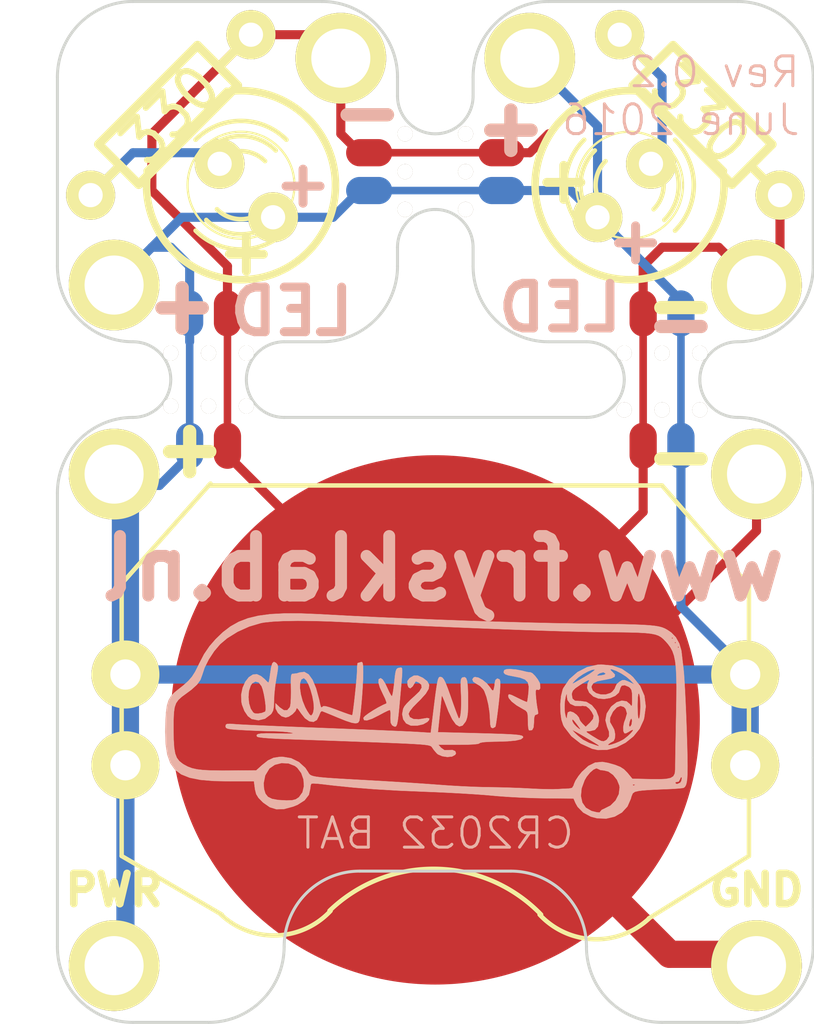
<source format=kicad_pcb>
(kicad_pcb (version 4) (host pcbnew "(2015-08-15 BZR 6092)-product")

  (general
    (links 17)
    (no_connects 0)
    (area 129.489999 107.899999 154.990001 142.290001)
    (thickness 1.6)
    (drawings 65)
    (tracks 79)
    (zones 0)
    (modules 20)
    (nets 5)
  )

  (page USLetter)
  (layers
    (0 F.Cu signal)
    (31 B.Cu signal)
    (32 B.Adhes user)
    (33 F.Adhes user)
    (34 B.Paste user)
    (35 F.Paste user)
    (36 B.SilkS user)
    (37 F.SilkS user)
    (38 B.Mask user)
    (39 F.Mask user)
    (40 Dwgs.User user)
    (41 Cmts.User user)
    (42 Eco1.User user)
    (43 Eco2.User user)
    (44 Edge.Cuts user)
  )

  (setup
    (last_trace_width 0.2032)
    (user_trace_width 0.254)
    (user_trace_width 0.3048)
    (user_trace_width 0.4064)
    (user_trace_width 0.6096)
    (user_trace_width 0.9144)
    (trace_clearance 0.2032)
    (zone_clearance 0.508)
    (zone_45_only no)
    (trace_min 0.2032)
    (segment_width 0.2)
    (edge_width 0.1)
    (via_size 0.889)
    (via_drill 0.635)
    (via_min_size 0.889)
    (via_min_drill 0.508)
    (uvia_size 0.508)
    (uvia_drill 0.127)
    (uvias_allowed no)
    (uvia_min_size 0.508)
    (uvia_min_drill 0.127)
    (pcb_text_width 0.3)
    (pcb_text_size 1.5 1.5)
    (mod_edge_width 0.254)
    (mod_text_size 1 1)
    (mod_text_width 0.15)
    (pad_size 1.651 1.651)
    (pad_drill 0.9652)
    (pad_to_mask_clearance 0)
    (aux_axis_origin 0 0)
    (visible_elements 7FFEFFFF)
    (pcbplotparams
      (layerselection 0x010f0_80000001)
      (usegerberextensions true)
      (excludeedgelayer true)
      (linewidth 0.150000)
      (plotframeref false)
      (viasonmask false)
      (mode 1)
      (useauxorigin false)
      (hpglpennumber 1)
      (hpglpenspeed 20)
      (hpglpendiameter 15)
      (hpglpenoverlay 2)
      (psnegative false)
      (psa4output false)
      (plotreference true)
      (plotvalue true)
      (plotinvisibletext false)
      (padsonsilk false)
      (subtractmaskfromsilk false)
      (outputformat 1)
      (mirror false)
      (drillshape 0)
      (scaleselection 1)
      (outputdirectory gerbers/))
  )

  (net 0 "")
  (net 1 GND)
  (net 2 N-000001)
  (net 3 N-000002)
  (net 4 N-000004)

  (net_class Default "This is the default net class."
    (clearance 0.2032)
    (trace_width 0.2032)
    (via_dia 0.889)
    (via_drill 0.635)
    (uvia_dia 0.508)
    (uvia_drill 0.127)
    (add_net GND)
    (add_net N-000001)
    (add_net N-000002)
    (add_net N-000004)
  )

  (net_class PWR ""
    (clearance 0.6096)
    (trace_width 0.6096)
    (via_dia 0.889)
    (via_drill 0.635)
    (uvia_dia 0.508)
    (uvia_drill 0.127)
  )

  (module R3-LARGE_PADS (layer F.Cu) (tedit 56F20982) (tstamp 546E8071)
    (at 133.35 111.76 225)
    (descr "Resitance 3 pas")
    (tags R)
    (path /5448256B)
    (autoplace_cost180 10)
    (fp_text reference R1 (at 0 0 225) (layer F.SilkS) hide
      (effects (font (size 1.397 1.27) (thickness 0.2032)))
    )
    (fp_text value 330 (at 0 0 225) (layer F.SilkS)
      (effects (font (size 1.397 1.27) (thickness 0.2032)))
    )
    (fp_line (start 2.413 0) (end 3.175 0) (layer F.SilkS) (width 0.3048))
    (fp_line (start -2.286 0) (end -3.175 0) (layer F.SilkS) (width 0.3048))
    (fp_line (start -2.286 -0.889) (end 2.413 -0.889) (layer F.SilkS) (width 0.3048))
    (fp_line (start 2.413 -0.889) (end 2.413 1.016) (layer F.SilkS) (width 0.3048))
    (fp_line (start 2.413 1.016) (end -2.286 1.016) (layer F.SilkS) (width 0.3048))
    (fp_line (start -2.286 1.016) (end -2.286 -0.889) (layer F.SilkS) (width 0.3048))
    (pad 1 thru_hole circle (at -3.81 0 225) (size 1.651 1.651) (drill 0.8128) (layers *.Cu *.Mask F.SilkS)
      (net 1 GND))
    (pad 2 thru_hole circle (at 3.81 0 225) (size 1.651 1.651) (drill 0.8128) (layers *.Cu *.Mask F.SilkS)
      (net 4 N-000004))
    (model discret/resistor.wrl
      (at (xyz 0 0 0))
      (scale (xyz 0.3 0.3 0.3))
      (rotate (xyz 0 0 0))
    )
  )

  (module R3-LARGE_PADS (layer F.Cu) (tedit 56F2090D) (tstamp 546E8846)
    (at 151.13 111.76 135)
    (descr "Resitance 3 pas")
    (tags R)
    (path /546E8111)
    (autoplace_cost180 10)
    (fp_text reference R2 (at 0 0 135) (layer F.SilkS) hide
      (effects (font (size 1.397 1.27) (thickness 0.2032)))
    )
    (fp_text value 330 (at 0 0 135) (layer F.SilkS)
      (effects (font (size 1.397 1.27) (thickness 0.2032)))
    )
    (fp_line (start -2.413 0) (end -3.175 0) (layer F.SilkS) (width 0.3048))
    (fp_line (start 2.286 0) (end 3.048 0) (layer F.SilkS) (width 0.3048))
    (fp_line (start -2.413 -0.889) (end 2.286 -0.889) (layer F.SilkS) (width 0.3048))
    (fp_line (start -2.413 1.016) (end 2.286 1.016) (layer F.SilkS) (width 0.3048))
    (fp_line (start 2.286 -0.889) (end 2.286 1.016) (layer F.SilkS) (width 0.3048))
    (fp_line (start -2.413 1.016) (end -2.413 -0.889) (layer F.SilkS) (width 0.3048))
    (pad 1 thru_hole circle (at -3.81 0 135) (size 1.651 1.651) (drill 0.8128) (layers *.Cu *.Mask F.SilkS)
      (net 1 GND))
    (pad 2 thru_hole circle (at 3.81 0 135) (size 1.651 1.651) (drill 0.8128) (layers *.Cu *.Mask F.SilkS)
      (net 3 N-000002))
    (model discret/resistor.wrl
      (at (xyz 0 0 0))
      (scale (xyz 0.3 0.3 0.3))
      (rotate (xyz 0 0 0))
    )
  )

  (module LED-5MM (layer F.Cu) (tedit 56F207B9) (tstamp 546E8856)
    (at 148.59 114.3 45)
    (descr "LED 5mm - Lead pitch 100mil (2,54mm)")
    (tags "LED led 5mm 5MM 100mil 2,54mm")
    (path /546E810B)
    (fp_text reference D2 (at 0 -3.81 45) (layer F.SilkS) hide
      (effects (font (size 0.762 0.762) (thickness 0.0889)))
    )
    (fp_text value LED (at 0 2.286 45) (layer F.SilkS) hide
      (effects (font (size 0.762 0.762) (thickness 0.0889)))
    )
    (fp_line (start 2.8448 1.905) (end 2.8448 -1.905) (layer F.SilkS) (width 0.2032))
    (fp_circle (center 0.254 0) (end -1.016 1.27) (layer F.SilkS) (width 0.0762))
    (fp_arc (start 0.254 0) (end 2.794 1.905) (angle 286.2) (layer F.SilkS) (width 0.254))
    (fp_arc (start 0.254 0) (end -0.889 0) (angle 90) (layer F.SilkS) (width 0.1524))
    (fp_arc (start 0.254 0) (end 1.397 0) (angle 90) (layer F.SilkS) (width 0.1524))
    (fp_arc (start 0.254 0) (end -1.397 0) (angle 90) (layer F.SilkS) (width 0.1524))
    (fp_arc (start 0.254 0) (end 1.905 0) (angle 90) (layer F.SilkS) (width 0.1524))
    (fp_arc (start 0.254 0) (end -1.905 0) (angle 90) (layer F.SilkS) (width 0.1524))
    (fp_arc (start 0.254 0) (end 2.413 0) (angle 90) (layer F.SilkS) (width 0.1524))
    (pad 1 thru_hole circle (at -1.27 0 45) (size 1.6764 1.6764) (drill 0.8128) (layers *.Cu *.Mask F.SilkS)
      (net 2 N-000001))
    (pad 2 thru_hole circle (at 1.27 0 45) (size 1.6764 1.6764) (drill 0.8128) (layers *.Cu *.Mask F.SilkS)
      (net 3 N-000002))
    (model discret/leds/led5_vertical_verde.wrl
      (at (xyz 0 0 0))
      (scale (xyz 1 1 1))
      (rotate (xyz 0 0 0))
    )
  )

  (module 1pin-Sew-thin (layer F.Cu) (tedit 544BB5C8) (tstamp 546E8091)
    (at 139.065 109.855 270)
    (descr "module 1 pin (ou trou mecanique de percage)")
    (tags DEV)
    (path /54482EA9)
    (fp_text reference L1_C1 (at 0.127 0 360) (layer F.SilkS) hide
      (effects (font (size 0.254 0.254) (thickness 0.0635)))
    )
    (fp_text value " " (at 0 2.54 270) (layer F.SilkS)
      (effects (font (size 1.016 1.016) (thickness 0.254)))
    )
    (pad 1 thru_hole circle (at 0 0 270) (size 3.048 3.048) (drill 1.984375) (layers *.Cu *.Mask F.SilkS)
      (net 1 GND))
  )

  (module 1pin-Sew-thin (layer F.Cu) (tedit 544ADA00) (tstamp 546E808D)
    (at 131.445 117.475 270)
    (descr "module 1 pin (ou trou mecanique de percage)")
    (tags DEV)
    (path /54482EA3)
    (fp_text reference L1_C2 (at 0 -3.048 270) (layer F.SilkS) hide
      (effects (font (size 0.254 0.254) (thickness 0.0635)))
    )
    (fp_text value " " (at 0 2.794 270) (layer F.SilkS)
      (effects (font (size 1.016 1.016) (thickness 0.254)))
    )
    (pad 1 thru_hole circle (at 0 0 270) (size 3.048 3.048) (drill 1.984375) (layers *.Cu *.Mask F.SilkS)
      (net 2 N-000001))
  )

  (module LED-5MM (layer F.Cu) (tedit 546F57AE) (tstamp 546E8419)
    (at 135.89 114.3 135)
    (descr "LED 5mm - Lead pitch 100mil (2,54mm)")
    (tags "LED led 5mm 5MM 100mil 2,54mm")
    (path /54481F7A)
    (fp_text reference D1 (at -0.635 1.905 135) (layer F.SilkS) hide
      (effects (font (size 0.762 0.762) (thickness 0.0889)))
    )
    (fp_text value LED (at 5.08 -2.54 225) (layer F.SilkS) hide
      (effects (font (size 1.016 1.016) (thickness 0.254)))
    )
    (fp_line (start 2.8448 1.905) (end 2.8448 -1.905) (layer F.SilkS) (width 0.2032))
    (fp_circle (center 0.254 0) (end -1.016 1.27) (layer F.SilkS) (width 0.0762))
    (fp_arc (start 0.254 0) (end 2.794 1.905) (angle 286.2) (layer F.SilkS) (width 0.254))
    (fp_arc (start 0.254 0) (end -0.889 0) (angle 90) (layer F.SilkS) (width 0.1524))
    (fp_arc (start 0.254 0) (end 1.397 0) (angle 90) (layer F.SilkS) (width 0.1524))
    (fp_arc (start 0.254 0) (end -1.397 0) (angle 90) (layer F.SilkS) (width 0.1524))
    (fp_arc (start 0.254 0) (end 1.905 0) (angle 90) (layer F.SilkS) (width 0.1524))
    (fp_arc (start 0.254 0) (end -1.905 0) (angle 90) (layer F.SilkS) (width 0.1524))
    (fp_arc (start 0.254 0) (end 2.413 0) (angle 90) (layer F.SilkS) (width 0.1524))
    (pad 1 thru_hole circle (at -1.27 0 135) (size 1.6764 1.6764) (drill 0.8128) (layers *.Cu *.Mask F.SilkS)
      (net 2 N-000001))
    (pad 2 thru_hole circle (at 1.27 0 135) (size 1.6764 1.6764) (drill 0.8128) (layers *.Cu *.Mask F.SilkS)
      (net 4 N-000004))
    (model discret/leds/led5_vertical_verde.wrl
      (at (xyz 0 0 0))
      (scale (xyz 1 1 1))
      (rotate (xyz 0 0 0))
    )
  )

  (module 3hole_mousebite (layer F.Cu) (tedit 544BCA0D) (tstamp 544F0E4D)
    (at 141.605 113.665 90)
    (descr "module 1 pin (ou trou mecanique de percage)")
    (tags DEV)
    (path 1pin)
    (fp_text reference p (at 0 -0.762 90) (layer F.SilkS) hide
      (effects (font (size 0.254 0.254) (thickness 0.0635)))
    )
    (fp_text value P (at 0 -0.254 90) (layer F.SilkS) hide
      (effects (font (size 0.254 0.254) (thickness 0.0635)))
    )
    (pad "" thru_hole circle (at 0 -0.381 90) (size 0.508 0.508) (drill 0.508) (layers *.Cu *.Mask F.SilkS))
    (pad 1 thru_hole circle (at -1.27 -0.381 90) (size 0.508 0.508) (drill 0.508) (layers *.Cu *.Mask F.SilkS))
    (pad 2 thru_hole circle (at 1.27 -0.381 90) (size 0.508 0.508) (drill 0.508) (layers *.Cu *.Mask F.SilkS))
  )

  (module 3hole_mousebite (layer F.Cu) (tedit 544BCA0D) (tstamp 544F0E75)
    (at 134.62 119.38 180)
    (descr "module 1 pin (ou trou mecanique de percage)")
    (tags DEV)
    (path 1pin)
    (fp_text reference p (at 0 -0.762 180) (layer F.SilkS) hide
      (effects (font (size 0.254 0.254) (thickness 0.0635)))
    )
    (fp_text value P (at 0 -0.254 180) (layer F.SilkS) hide
      (effects (font (size 0.254 0.254) (thickness 0.0635)))
    )
    (pad "" thru_hole circle (at 0 -0.381 180) (size 0.508 0.508) (drill 0.508) (layers *.Cu *.Mask F.SilkS))
    (pad 1 thru_hole circle (at -1.27 -0.381 180) (size 0.508 0.508) (drill 0.508) (layers *.Cu *.Mask F.SilkS))
    (pad 2 thru_hole circle (at 1.27 -0.381 180) (size 0.508 0.508) (drill 0.508) (layers *.Cu *.Mask F.SilkS))
  )

  (module 3hole_mousebite (layer F.Cu) (tedit 544BCA0D) (tstamp 544F0E82)
    (at 142.875 113.665 270)
    (descr "module 1 pin (ou trou mecanique de percage)")
    (tags DEV)
    (path 1pin)
    (fp_text reference p (at 0 -0.762 270) (layer F.SilkS) hide
      (effects (font (size 0.254 0.254) (thickness 0.0635)))
    )
    (fp_text value P (at 0 -0.254 270) (layer F.SilkS) hide
      (effects (font (size 0.254 0.254) (thickness 0.0635)))
    )
    (pad "" thru_hole circle (at 0 -0.381 270) (size 0.508 0.508) (drill 0.508) (layers *.Cu *.Mask F.SilkS))
    (pad 1 thru_hole circle (at -1.27 -0.381 270) (size 0.508 0.508) (drill 0.508) (layers *.Cu *.Mask F.SilkS))
    (pad 2 thru_hole circle (at 1.27 -0.381 270) (size 0.508 0.508) (drill 0.508) (layers *.Cu *.Mask F.SilkS))
  )

  (module BATT_CR2032 (layer F.Cu) (tedit 544BC08C) (tstamp 544830AB)
    (at 142.24 132.08)
    (tags battery)
    (path /54481DA4)
    (fp_text reference BT1 (at 0 5.08) (layer F.SilkS) hide
      (effects (font (size 1.72974 1.08712) (thickness 0.27178)))
    )
    (fp_text value BATTERY (at 0 -2.54) (layer F.SilkS) hide
      (effects (font (size 1.524 1.016) (thickness 0.254)))
    )
    (fp_line (start -7.1755 6.5405) (end -10.541 4.572) (layer F.SilkS) (width 0.15))
    (fp_line (start 7.1755 6.6675) (end 10.541 4.572) (layer F.SilkS) (width 0.15))
    (fp_arc (start -5.4229 4.6355) (end -3.5179 6.4135) (angle 90) (layer F.SilkS) (width 0.15))
    (fp_arc (start 5.4102 4.7625) (end 7.1882 6.6675) (angle 90) (layer F.SilkS) (width 0.15))
    (fp_arc (start -0.0635 10.033) (end -3.556 6.4135) (angle 90) (layer F.SilkS) (width 0.15))
    (fp_line (start 7.62 -7.874) (end 10.541 -4.5085) (layer F.SilkS) (width 0.15))
    (fp_line (start -10.541 -4.572) (end -7.5565 -7.9375) (layer F.SilkS) (width 0.15))
    (fp_line (start -7.62 -7.874) (end 7.62 -7.874) (layer F.SilkS) (width 0.15))
    (fp_line (start -10.541 4.572) (end -10.541 -4.572) (layer F.SilkS) (width 0.15))
    (fp_line (start 10.541 4.572) (end 10.541 -4.572) (layer F.SilkS) (width 0.15))
    (fp_circle (center 0 0) (end -10.16 0) (layer Dwgs.User) (width 0.15))
    (pad 1 thru_hole circle (at -10.414 1.524) (size 2.286 2.286) (drill 1.016) (layers *.Cu *.Mask F.SilkS)
      (net 2 N-000001))
    (pad 1 thru_hole circle (at 10.414 1.524) (size 2.286 2.286) (drill 1.016) (layers *.Cu *.Mask F.SilkS)
      (net 2 N-000001))
    (pad 1 thru_hole circle (at -10.414 -1.524) (size 2.286 2.286) (drill 1.016) (layers *.Cu *.Mask F.SilkS)
      (net 2 N-000001))
    (pad 1 thru_hole circle (at 10.414 -1.524) (size 2.286 2.286) (drill 1.016) (layers *.Cu *.Mask F.SilkS)
      (net 2 N-000001))
    (pad 2 smd circle (at 0 0) (size 17.78 17.78) (layers F.Cu F.Paste F.Mask)
      (net 1 GND))
  )

  (module 1pin-Sew-thin (layer F.Cu) (tedit 546FC1C2) (tstamp 544983F2)
    (at 153.035 123.825)
    (descr "module 1 pin (ou trou mecanique de percage)")
    (tags DEV)
    (path /54482DAB)
    (fp_text reference B_N1 (at 0 0) (layer F.SilkS) hide
      (effects (font (size 0.254 0.254) (thickness 0.0635)))
    )
    (fp_text value GND (at 1.143 3.048 90) (layer F.SilkS) hide
      (effects (font (size 1.016 1.016) (thickness 0.254)))
    )
    (pad 1 thru_hole circle (at 0 0) (size 3.048 3.048) (drill 1.984375) (layers *.Cu *.Mask F.SilkS)
      (net 1 GND))
  )

  (module 1pin-Sew-thin (layer F.Cu) (tedit 546FC1FF) (tstamp 544983FC)
    (at 153.035 140.335)
    (descr "module 1 pin (ou trou mecanique de percage)")
    (tags DEV)
    (path /54482E6F)
    (fp_text reference B_N2 (at 0 0) (layer F.SilkS) hide
      (effects (font (size 0.254 0.254) (thickness 0.0635)))
    )
    (fp_text value GND (at 0 -2.54) (layer F.SilkS)
      (effects (font (size 1.016 1.016) (thickness 0.254)))
    )
    (pad 1 thru_hole circle (at 0 0) (size 3.048 3.048) (drill 1.984375) (layers *.Cu *.Mask F.SilkS)
      (net 1 GND))
  )

  (module 1pin-Sew-thin (layer F.Cu) (tedit 546FC1B9) (tstamp 54498401)
    (at 131.445 123.825)
    (descr "module 1 pin (ou trou mecanique de percage)")
    (tags DEV)
    (path /54482E7A)
    (fp_text reference B_P2 (at 0 0) (layer F.SilkS) hide
      (effects (font (size 0.254 0.254) (thickness 0.0635)))
    )
    (fp_text value PWR (at -1.016 3.175 90) (layer F.SilkS) hide
      (effects (font (size 1.016 1.016) (thickness 0.254)))
    )
    (pad 1 thru_hole circle (at 0 0) (size 3.048 3.048) (drill 1.984375) (layers *.Cu *.Mask F.SilkS)
      (net 2 N-000001))
  )

  (module 1pin-Sew-thin (layer F.Cu) (tedit 546FC1F9) (tstamp 544C07DC)
    (at 131.445 140.335)
    (descr "module 1 pin (ou trou mecanique de percage)")
    (tags DEV)
    (path /54482E69)
    (fp_text reference B_P1 (at 0.127 -0.381) (layer F.SilkS) hide
      (effects (font (size 0.254 0.254) (thickness 0.0635)))
    )
    (fp_text value PWR (at 0 -2.54) (layer F.SilkS)
      (effects (font (size 1.016 1.016) (thickness 0.254)))
    )
    (pad 1 thru_hole circle (at 0 0) (size 3.048 3.048) (drill 1.984375) (layers *.Cu *.Mask F.SilkS)
      (net 2 N-000001))
  )

  (module 3hole_mousebite (layer F.Cu) (tedit 544BCA0D) (tstamp 544EE839)
    (at 134.62 121.92)
    (descr "module 1 pin (ou trou mecanique de percage)")
    (tags DEV)
    (path 1pin)
    (fp_text reference p (at 0 -0.762) (layer F.SilkS) hide
      (effects (font (size 0.254 0.254) (thickness 0.0635)))
    )
    (fp_text value P (at 0 -0.254) (layer F.SilkS) hide
      (effects (font (size 0.254 0.254) (thickness 0.0635)))
    )
    (pad "" thru_hole circle (at 0 -0.381) (size 0.508 0.508) (drill 0.508) (layers *.Cu *.Mask F.SilkS))
    (pad 1 thru_hole circle (at -1.27 -0.381) (size 0.508 0.508) (drill 0.508) (layers *.Cu *.Mask F.SilkS))
    (pad 2 thru_hole circle (at 1.27 -0.381) (size 0.508 0.508) (drill 0.508) (layers *.Cu *.Mask F.SilkS))
  )

  (module 3hole_mousebite (layer F.Cu) (tedit 544BCA0D) (tstamp 544EE860)
    (at 149.86 121.285 180)
    (descr "module 1 pin (ou trou mecanique de percage)")
    (tags DEV)
    (path 1pin)
    (fp_text reference p (at 0 -0.762 180) (layer F.SilkS) hide
      (effects (font (size 0.254 0.254) (thickness 0.0635)))
    )
    (fp_text value P (at 0 -0.254 180) (layer F.SilkS) hide
      (effects (font (size 0.254 0.254) (thickness 0.0635)))
    )
    (pad "" thru_hole circle (at 0 -0.381 180) (size 0.508 0.508) (drill 0.508) (layers *.Cu *.Mask F.SilkS))
    (pad 1 thru_hole circle (at -1.27 -0.381 180) (size 0.508 0.508) (drill 0.508) (layers *.Cu *.Mask F.SilkS))
    (pad 2 thru_hole circle (at 1.27 -0.381 180) (size 0.508 0.508) (drill 0.508) (layers *.Cu *.Mask F.SilkS))
  )

  (module 3hole_mousebite (layer F.Cu) (tedit 544BCA0D) (tstamp 544EE913)
    (at 149.86 119.38 180)
    (descr "module 1 pin (ou trou mecanique de percage)")
    (tags DEV)
    (path 1pin)
    (fp_text reference p (at 0 -0.762 180) (layer F.SilkS) hide
      (effects (font (size 0.254 0.254) (thickness 0.0635)))
    )
    (fp_text value P (at 0 -0.254 180) (layer F.SilkS) hide
      (effects (font (size 0.254 0.254) (thickness 0.0635)))
    )
    (pad "" thru_hole circle (at 0 -0.381 180) (size 0.508 0.508) (drill 0.508) (layers *.Cu *.Mask F.SilkS))
    (pad 1 thru_hole circle (at -1.27 -0.381 180) (size 0.508 0.508) (drill 0.508) (layers *.Cu *.Mask F.SilkS))
    (pad 2 thru_hole circle (at 1.27 -0.381 180) (size 0.508 0.508) (drill 0.508) (layers *.Cu *.Mask F.SilkS))
  )

  (module 1pin-Sew-thin (layer F.Cu) (tedit 56F2001B) (tstamp 546E885B)
    (at 145.415 109.855)
    (descr "module 1 pin (ou trou mecanique de percage)")
    (tags DEV)
    (path /546E811E)
    (fp_text reference L1 (at 0 -3.048) (layer F.SilkS) hide
      (effects (font (size 1.016 1.016) (thickness 0.254)))
    )
    (fp_text value " " (at 0 2.794) (layer F.SilkS) hide
      (effects (font (size 1.016 1.016) (thickness 0.254)))
    )
    (pad 1 thru_hole circle (at 0 0) (size 3.048 3.048) (drill 1.984375) (layers *.Cu *.Mask F.SilkS)
      (net 2 N-000001))
  )

  (module 1pin-Sew-thin (layer F.Cu) (tedit 56F20099) (tstamp 546E8860)
    (at 153.035 117.475)
    (descr "module 1 pin (ou trou mecanique de percage)")
    (tags DEV)
    (path /546E8124)
    (fp_text reference L2 (at 0 -3.048) (layer F.SilkS) hide
      (effects (font (size 1.016 1.016) (thickness 0.254)))
    )
    (fp_text value " " (at 0 2.794) (layer F.SilkS) hide
      (effects (font (size 1.016 1.016) (thickness 0.254)))
    )
    (pad 1 thru_hole circle (at 0 0) (size 3.048 3.048) (drill 1.984375) (layers *.Cu *.Mask F.SilkS)
      (net 1 GND))
  )

  (module myFootPrints:Frysklab_logo (layer F.Cu) (tedit 576C8D6E) (tstamp 576C909F)
    (at 142 132)
    (fp_text reference G*** (at -4 3) (layer B.SilkS) hide
      (effects (font (thickness 0.3)))
    )
    (fp_text value LOGO (at 0.75 0) (layer B.SilkS) hide
      (effects (font (thickness 0.3)))
    )
    (fp_poly (pts (xy -4.276696 -3.493907) (xy -3.641631 -3.468161) (xy -3.53842 -3.462404) (xy -2.676295 -3.415716)
      (xy -1.743077 -3.370347) (xy -0.760028 -3.32706) (xy 0.251591 -3.286619) (xy 1.270521 -3.249789)
      (xy 2.275499 -3.217333) (xy 3.245267 -3.190017) (xy 4.158562 -3.168602) (xy 4.994125 -3.153855)
      (xy 5.08 -3.152678) (xy 5.673702 -3.144721) (xy 6.174927 -3.137332) (xy 6.592786 -3.12961)
      (xy 6.93639 -3.120656) (xy 7.214852 -3.109571) (xy 7.437284 -3.095455) (xy 7.612796 -3.07741)
      (xy 7.750501 -3.054535) (xy 7.859511 -3.025933) (xy 7.948937 -2.990702) (xy 8.02789 -2.947945)
      (xy 8.105484 -2.896761) (xy 8.175483 -2.847162) (xy 8.322864 -2.693214) (xy 8.441187 -2.478884)
      (xy 8.5086 -2.245132) (xy 8.51248 -2.215498) (xy 8.526676 -2.090968) (xy 8.548784 -1.901371)
      (xy 8.574622 -1.682516) (xy 8.581392 -1.6256) (xy 8.595959 -1.466028) (xy 8.612508 -1.221519)
      (xy 8.630189 -0.908698) (xy 8.648148 -0.544189) (xy 8.665533 -0.144616) (xy 8.681492 0.273398)
      (xy 8.687093 0.436259) (xy 8.70236 0.922837) (xy 8.712168 1.31793) (xy 8.716019 1.631533)
      (xy 8.713414 1.87364) (xy 8.703854 2.054247) (xy 8.68684 2.183346) (xy 8.661872 2.270933)
      (xy 8.628453 2.327002) (xy 8.591123 2.358538) (xy 8.523032 2.372192) (xy 8.374915 2.386247)
      (xy 8.168325 2.399082) (xy 7.924817 2.409078) (xy 7.91489 2.409387) (xy 7.650278 2.419955)
      (xy 7.402102 2.434179) (xy 7.199521 2.450129) (xy 7.07848 2.464673) (xy 6.947237 2.494402)
      (xy 6.87512 2.54596) (xy 6.830577 2.650577) (xy 6.809093 2.731327) (xy 6.69608 2.988257)
      (xy 6.510245 3.189424) (xy 6.268101 3.327457) (xy 5.98616 3.394987) (xy 5.680935 3.384642)
      (xy 5.468883 3.3295) (xy 5.214749 3.194181) (xy 5.023248 2.999657) (xy 4.951624 2.872038)
      (xy 4.887002 2.721476) (xy 3.929401 2.712755) (xy 3.549071 2.704748) (xy 3.129911 2.688401)
      (xy 2.71154 2.665725) (xy 2.33358 2.638728) (xy 2.324979 2.63795) (xy 5.131045 2.63795)
      (xy 5.180115 2.859404) (xy 5.299129 3.031265) (xy 5.484647 3.138973) (xy 5.502295 3.144394)
      (xy 5.671374 3.18672) (xy 5.762391 3.19055) (xy 5.791113 3.156355) (xy 5.7912 3.153023)
      (xy 5.833586 3.103392) (xy 5.9055 3.070927) (xy 6.127997 2.959165) (xy 6.300696 2.786534)
      (xy 6.408329 2.576203) (xy 6.435626 2.351344) (xy 6.425332 2.28205) (xy 6.413111 2.252133)
      (xy 6.874933 2.252133) (xy 6.881906 2.282333) (xy 6.9088 2.286) (xy 6.950614 2.267413)
      (xy 6.942666 2.252133) (xy 6.882378 2.246053) (xy 6.874933 2.252133) (xy 6.413111 2.252133)
      (xy 6.385102 2.183571) (xy 8.306312 2.183571) (xy 8.32095 2.224628) (xy 8.375578 2.2352)
      (xy 8.472773 2.191325) (xy 8.510215 2.129771) (xy 8.526779 2.035286) (xy 8.518276 1.998943)
      (xy 8.485827 2.018999) (xy 8.45918 2.079709) (xy 8.416412 2.152443) (xy 8.381852 2.158909)
      (xy 8.319958 2.16747) (xy 8.306312 2.183571) (xy 6.385102 2.183571) (xy 6.347556 2.091668)
      (xy 6.216945 1.927417) (xy 6.059084 1.814614) (xy 5.915935 1.778) (xy 5.791101 1.763908)
      (xy 5.716857 1.729658) (xy 5.714501 1.726393) (xy 5.651509 1.703827) (xy 5.552842 1.750378)
      (xy 5.438066 1.849892) (xy 5.326748 1.986217) (xy 5.256504 2.104492) (xy 5.155361 2.38146)
      (xy 5.131045 2.63795) (xy 2.324979 2.63795) (xy 2.159 2.622938) (xy 1.885546 2.599239)
      (xy 1.533931 2.574253) (xy 1.127561 2.54933) (xy 0.68984 2.52582) (xy 0.244173 2.505074)
      (xy -0.1524 2.4896) (xy -1.009972 2.453737) (xy -1.788914 2.408099) (xy -2.51187 2.351022)
      (xy -3.201487 2.280845) (xy -3.5306 2.241608) (xy -3.712045 2.222503) (xy -3.852563 2.214283)
      (xy -3.923082 2.218602) (xy -3.9243 2.219206) (xy -3.952168 2.280674) (xy -3.9624 2.383085)
      (xy -4.010815 2.597341) (xy -4.15409 2.780989) (xy -4.389269 2.930896) (xy -4.535045 2.99034)
      (xy -4.841109 3.07344) (xy -5.096103 3.081869) (xy -5.321137 3.012455) (xy -5.537322 2.862026)
      (xy -5.566973 2.835345) (xy -5.703046 2.69605) (xy -5.7784 2.571705) (xy -5.816658 2.42061)
      (xy -5.821633 2.385805) (xy -5.844677 2.212093) (xy -5.531169 2.212093) (xy -5.516461 2.406025)
      (xy -5.469694 2.559077) (xy -5.385868 2.665599) (xy -5.248938 2.733733) (xy -5.042856 2.771619)
      (xy -4.765333 2.787081) (xy -4.577192 2.782348) (xy -4.450047 2.750354) (xy -4.344759 2.681037)
      (xy -4.341236 2.678023) (xy -4.223163 2.514698) (xy -4.173328 2.306764) (xy -4.188141 2.081474)
      (xy -4.264013 1.866077) (xy -4.397357 1.687824) (xy -4.480044 1.623884) (xy -4.694201 1.540651)
      (xy -4.930147 1.529529) (xy -5.154109 1.586855) (xy -5.332321 1.708968) (xy -5.339811 1.71714)
      (xy -5.477293 1.944222) (xy -5.531169 2.212093) (xy -5.844677 2.212093) (xy -5.854098 2.141078)
      (xy -6.673549 2.141689) (xy -7.210096 2.130975) (xy -7.654684 2.093249) (xy -8.014981 2.021436)
      (xy -8.298651 1.908464) (xy -8.51336 1.747262) (xy -8.666775 1.530755) (xy -8.766561 1.251873)
      (xy -8.820384 0.903541) (xy -8.835909 0.478688) (xy -8.83426 0.401963) (xy -8.558343 0.401963)
      (xy -8.55326 0.750635) (xy -8.536342 1.014494) (xy -8.50275 1.210087) (xy -8.447643 1.35396)
      (xy -8.366182 1.46266) (xy -8.253527 1.552732) (xy -8.214434 1.577668) (xy -8.080809 1.650102)
      (xy -7.93667 1.704323) (xy -7.765515 1.742589) (xy -7.550841 1.767161) (xy -7.276147 1.780297)
      (xy -6.924931 1.784257) (xy -6.711172 1.783472) (xy -5.776944 1.776942) (xy -5.578217 1.597404)
      (xy -5.380614 1.441422) (xy -5.195528 1.35537) (xy -4.982149 1.322692) (xy -4.896371 1.3208)
      (xy -4.609088 1.367873) (xy -4.343914 1.498154) (xy -4.128204 1.695237) (xy -4.0344 1.837766)
      (xy -4.010474 1.880474) (xy -3.980852 1.915786) (xy -3.935639 1.945033) (xy -3.864938 1.969546)
      (xy -3.758853 1.990657) (xy -3.607486 2.009696) (xy -3.400943 2.027995) (xy -3.129326 2.046885)
      (xy -2.782739 2.067698) (xy -2.351285 2.091764) (xy -2.0066 2.110546) (xy -1.572053 2.135099)
      (xy -1.112426 2.162705) (xy -0.654744 2.191628) (xy -0.226034 2.22013) (xy 0.14668 2.246474)
      (xy 0.355094 2.262328) (xy 0.723966 2.288336) (xy 1.124375 2.311151) (xy 1.518943 2.328983)
      (xy 1.870289 2.340043) (xy 2.031494 2.342591) (xy 2.373414 2.348006) (xy 2.75357 2.358413)
      (xy 3.124735 2.372295) (xy 3.429 2.387497) (xy 3.70468 2.401149) (xy 3.968606 2.409491)
      (xy 4.19103 2.41187) (xy 4.342202 2.407636) (xy 4.3434 2.407547) (xy 4.523488 2.395999)
      (xy 4.683307 2.388976) (xy 4.733063 2.388041) (xy 4.837019 2.366399) (xy 4.890016 2.282688)
      (xy 4.901907 2.236529) (xy 4.953036 2.120105) (xy 5.05313 1.967471) (xy 5.163832 1.83104)
      (xy 5.386745 1.626183) (xy 5.610652 1.515366) (xy 5.853237 1.492412) (xy 6.040955 1.524621)
      (xy 6.283825 1.593268) (xy 6.454037 1.660489) (xy 6.579277 1.740772) (xy 6.687231 1.848605)
      (xy 6.708508 1.873932) (xy 6.859621 2.0574) (xy 7.45571 2.071551) (xy 7.769114 2.075012)
      (xy 7.995146 2.064161) (xy 8.147702 2.03291) (xy 8.240679 1.975168) (xy 8.287972 1.884849)
      (xy 8.303476 1.755862) (xy 8.303959 1.699866) (xy 8.304547 1.584919) (xy 8.307112 1.38374)
      (xy 8.311394 1.111672) (xy 8.317134 0.78406) (xy 8.324073 0.416246) (xy 8.33195 0.023575)
      (xy 8.333901 -0.070231) (xy 8.343243 -0.592843) (xy 8.346277 -1.025234) (xy 8.34141 -1.378675)
      (xy 8.327051 -1.664434) (xy 8.301607 -1.893781) (xy 8.263484 -2.077986) (xy 8.21109 -2.22832)
      (xy 8.142834 -2.356051) (xy 8.138307 -2.3622) (xy 8.382 -2.3622) (xy 8.4074 -2.3368)
      (xy 8.4328 -2.3622) (xy 8.4074 -2.3876) (xy 8.382 -2.3622) (xy 8.138307 -2.3622)
      (xy 8.057121 -2.472449) (xy 8.01986 -2.5146) (xy 8.2804 -2.5146) (xy 8.3058 -2.4892)
      (xy 8.3312 -2.5146) (xy 8.3058 -2.54) (xy 8.2804 -2.5146) (xy 8.01986 -2.5146)
      (xy 7.9825 -2.556861) (xy 7.905216 -2.636024) (xy 7.867978 -2.667) (xy 8.1788 -2.667)
      (xy 8.2042 -2.6416) (xy 8.2296 -2.667) (xy 8.2042 -2.6924) (xy 8.1788 -2.667)
      (xy 7.867978 -2.667) (xy 7.828322 -2.699987) (xy 7.740399 -2.750453) (xy 7.630031 -2.789127)
      (xy 7.4858 -2.817711) (xy 7.296288 -2.83791) (xy 7.050078 -2.851429) (xy 6.735752 -2.859969)
      (xy 6.341893 -2.865236) (xy 5.8928 -2.868699) (xy 5.520943 -2.873521) (xy 5.058796 -2.883445)
      (xy 4.517515 -2.898039) (xy 3.908258 -2.916872) (xy 3.242184 -2.939511) (xy 2.530451 -2.965526)
      (xy 1.784215 -2.994487) (xy 1.014636 -3.02596) (xy 0.232871 -3.059515) (xy -0.549921 -3.094721)
      (xy -1.322584 -3.131147) (xy -2.073959 -3.168361) (xy -2.6924 -3.200548) (xy -3.305146 -3.228335)
      (xy -3.874174 -3.244426) (xy -4.389064 -3.248914) (xy -4.839394 -3.24189) (xy -5.214742 -3.223447)
      (xy -5.504689 -3.193676) (xy -5.6134 -3.174777) (xy -6.011702 -3.057643) (xy -6.402993 -2.881733)
      (xy -6.754081 -2.664179) (xy -6.992184 -2.463243) (xy -7.192053 -2.228579) (xy -7.372985 -1.953087)
      (xy -7.514247 -1.672232) (xy -7.591809 -1.437486) (xy -7.652906 -1.267273) (xy -7.767864 -1.10711)
      (xy -7.951818 -0.939181) (xy -8.123096 -0.812125) (xy -8.279945 -0.697515) (xy -8.393931 -0.594357)
      (xy -8.471837 -0.48373) (xy -8.520447 -0.346713) (xy -8.546542 -0.164387) (xy -8.556907 0.08217)
      (xy -8.558343 0.401963) (xy -8.83426 0.401963) (xy -8.828908 0.15314) (xy -8.810395 -0.165891)
      (xy -8.777338 -0.404534) (xy -8.722217 -0.583756) (xy -8.63751 -0.724526) (xy -8.515693 -0.847813)
      (xy -8.451184 -0.899786) (xy -8.224241 -1.079421) (xy -8.059822 -1.227439) (xy -7.936546 -1.369515)
      (xy -7.83303 -1.531326) (xy -7.727894 -1.738547) (xy -7.69594 -1.806726) (xy -7.53007 -2.126356)
      (xy -7.345822 -2.395223) (xy -7.145123 -2.625939) (xy -6.899934 -2.862432) (xy -6.644148 -3.057299)
      (xy -6.366869 -3.213069) (xy -6.0572 -3.332269) (xy -5.704245 -3.417426) (xy -5.297107 -3.471066)
      (xy -4.824889 -3.495718) (xy -4.276696 -3.493907)) (layer B.SilkS) (width 0.01))
    (fp_poly (pts (xy 0.428095 -1.361255) (xy 0.476899 -1.338744) (xy 0.526977 -1.276351) (xy 0.585172 -1.160153)
      (xy 0.658329 -0.976224) (xy 0.753289 -0.71064) (xy 0.766349 -0.672984) (xy 0.85255 -0.427774)
      (xy 0.928838 -0.218033) (xy 0.988373 -0.06203) (xy 1.024317 0.021965) (xy 1.029774 0.030707)
      (xy 1.061939 0.017798) (xy 1.087433 -0.079671) (xy 1.104769 -0.244791) (xy 1.112464 -0.460654)
      (xy 1.109031 -0.710352) (xy 1.104182 -0.816422) (xy 1.093623 -1.050147) (xy 1.094182 -1.201599)
      (xy 1.107732 -1.289684) (xy 1.136145 -1.333308) (xy 1.156483 -1.344345) (xy 1.225849 -1.355449)
      (xy 1.275546 -1.31912) (xy 1.308774 -1.223304) (xy 1.328736 -1.055947) (xy 1.338634 -0.804994)
      (xy 1.340757 -0.650603) (xy 1.340462 -0.368295) (xy 1.332323 -0.166232) (xy 1.314067 -0.023209)
      (xy 1.28342 0.081975) (xy 1.255995 0.1397) (xy 1.155265 0.269394) (xy 1.048194 0.300246)
      (xy 0.934159 0.231741) (xy 0.812532 0.063363) (xy 0.682689 -0.205403) (xy 0.608329 -0.394096)
      (xy 0.541529 -0.566677) (xy 0.489374 -0.687955) (xy 0.460115 -0.739295) (xy 0.456716 -0.7366)
      (xy 0.449502 -0.668456) (xy 0.433969 -0.521397) (xy 0.412453 -0.317545) (xy 0.389039 -0.095623)
      (xy 0.326786 0.494554) (xy 1.674693 0.529586) (xy 2.113068 0.541503) (xy 2.460013 0.552573)
      (xy 2.725683 0.56379) (xy 2.92023 0.576145) (xy 3.053809 0.590629) (xy 3.136573 0.608234)
      (xy 3.178676 0.629953) (xy 3.190272 0.656776) (xy 3.186324 0.677227) (xy 3.115485 0.731825)
      (xy 2.944302 0.772085) (xy 2.673019 0.797971) (xy 2.30188 0.809449) (xy 2.2479 0.809872)
      (xy 2.009597 0.815923) (xy 1.835519 0.830071) (xy 1.740474 0.85079) (xy 1.7272 0.8636)
      (xy 1.678089 0.884973) (xy 1.537309 0.901043) (xy 1.314685 0.91109) (xy 1.033526 0.9144)
      (xy 0.339853 0.9144) (xy 0.435459 1.020043) (xy 0.545697 1.096898) (xy 0.679205 1.096058)
      (xy 0.816603 1.092439) (xy 0.908709 1.132909) (xy 0.933802 1.202781) (xy 0.908806 1.25134)
      (xy 0.803081 1.309479) (xy 0.645684 1.324658) (xy 0.475546 1.299886) (xy 0.331601 1.238171)
      (xy 0.28979 1.203513) (xy 0.192096 1.089496) (xy 0.126001 0.994807) (xy 0.104912 0.970122)
      (xy 0.065463 0.949363) (xy -0.002419 0.93165) (xy -0.108808 0.916102) (xy -0.263777 0.901839)
      (xy -0.477397 0.887979) (xy -0.759742 0.873643) (xy -1.120885 0.857949) (xy -1.570899 0.840017)
      (xy -1.702799 0.834914) (xy -2.182735 0.816669) (xy -2.687219 0.797935) (xy -3.1928 0.77955)
      (xy -3.67603 0.762357) (xy -4.113459 0.747194) (xy -4.481638 0.734901) (xy -4.5974 0.731193)
      (xy -4.992085 0.716315) (xy -5.311592 0.699158) (xy -5.549144 0.680249) (xy -5.697965 0.660116)
      (xy -5.750419 0.641413) (xy -5.764284 0.593372) (xy -5.725823 0.560164) (xy -5.624048 0.540189)
      (xy -5.447973 0.531846) (xy -5.186611 0.533533) (xy -5.035345 0.53722) (xy -4.776211 0.542735)
      (xy -4.613592 0.541798) (xy -4.542589 0.534092) (xy -4.558301 0.519304) (xy -4.5974 0.509097)
      (xy -4.752056 0.485566) (xy -4.962881 0.467989) (xy -5.184471 0.460142) (xy -5.186325 0.460127)
      (xy -5.39957 0.455977) (xy -5.674686 0.447043) (xy -5.972134 0.43475) (xy -6.189625 0.423993)
      (xy -6.449805 0.408698) (xy -6.624978 0.393636) (xy -6.731665 0.375328) (xy -6.78639 0.350292)
      (xy -6.805678 0.315048) (xy -6.8072 0.293917) (xy -6.798373 0.243254) (xy -6.757208 0.217676)
      (xy -6.661677 0.212865) (xy -6.489753 0.2245) (xy -6.4643 0.226679) (xy -6.346557 0.234391)
      (xy -6.138475 0.245306) (xy -5.851249 0.258938) (xy -5.496072 0.2748) (xy -5.084138 0.292407)
      (xy -4.626643 0.311272) (xy -4.13478 0.330909) (xy -3.619744 0.350833) (xy -3.5052 0.355177)
      (xy -2.980469 0.375244) (xy -2.471479 0.395159) (xy -1.990201 0.414424) (xy -1.548607 0.432539)
      (xy -1.158669 0.449005) (xy -0.832359 0.463323) (xy -0.581647 0.474994) (xy -0.418506 0.483519)
      (xy -0.400719 0.484596) (xy 0.087562 0.515147) (xy 0.117157 0.270273) (xy 0.171769 -0.180268)
      (xy 0.216197 -0.540021) (xy 0.252362 -0.819073) (xy 0.282189 -1.027512) (xy 0.307598 -1.175424)
      (xy 0.330513 -1.272898) (xy 0.352857 -1.330021) (xy 0.37655 -1.35688) (xy 0.403517 -1.363564)
      (xy 0.428095 -1.361255)) (layer B.SilkS) (width 0.01))
    (fp_poly (pts (xy 6.19074 -1.742885) (xy 6.508745 -1.631456) (xy 6.797802 -1.433815) (xy 6.887887 -1.350966)
      (xy 7.12529 -1.055697) (xy 7.266737 -0.727947) (xy 7.31153 -0.37057) (xy 7.258971 0.013582)
      (xy 7.239235 0.08496) (xy 7.104607 0.377824) (xy 6.895939 0.634773) (xy 6.632301 0.845164)
      (xy 6.332766 0.998353) (xy 6.016405 1.083698) (xy 5.702289 1.090553) (xy 5.5118 1.049019)
      (xy 5.130427 0.875456) (xy 4.815986 0.62953) (xy 4.655811 0.421409) (xy 4.8514 0.421409)
      (xy 4.857659 0.440226) (xy 4.924368 0.511288) (xy 5.02365 0.606562) (xy 5.202297 0.747254)
      (xy 5.411152 0.855836) (xy 5.683591 0.94914) (xy 5.7277 0.961661) (xy 5.7404 0.944246)
      (xy 5.716403 0.92613) (xy 6.036447 0.92613) (xy 6.079761 0.929457) (xy 6.173513 0.906812)
      (xy 6.296171 0.865086) (xy 6.426205 0.811169) (xy 6.542083 0.751948) (xy 6.58762 0.722761)
      (xy 6.708924 0.626665) (xy 6.811675 0.529086) (xy 6.877331 0.450081) (xy 6.887351 0.409709)
      (xy 6.878573 0.408015) (xy 6.805502 0.43725) (xy 6.736216 0.482588) (xy 6.645532 0.52922)
      (xy 6.596516 0.528774) (xy 6.559716 0.453653) (xy 6.557087 0.320298) (xy 6.570477 0.248323)
      (xy 6.747733 0.248323) (xy 6.762717 0.307998) (xy 6.800715 0.299963) (xy 6.83849 0.231567)
      (xy 6.853255 0.119088) (xy 6.847647 0.066467) (xy 6.826486 0.028245) (xy 6.79251 0.080588)
      (xy 6.769794 0.1397) (xy 6.747733 0.248323) (xy 6.570477 0.248323) (xy 6.585951 0.165156)
      (xy 6.632017 0.045738) (xy 6.683424 -0.135078) (xy 6.640052 -0.288232) (xy 6.57907 -0.35521)
      (xy 6.499979 -0.381) (xy 7.0358 -0.381) (xy 7.04054 -0.143669) (xy 7.054446 0.001818)
      (xy 7.077041 0.051343) (xy 7.085188 0.047131) (xy 7.109169 -0.024807) (xy 7.126726 -0.168893)
      (xy 7.134469 -0.355721) (xy 7.134577 -0.381) (xy 7.128324 -0.57115) (xy 7.111824 -0.722291)
      (xy 7.088471 -0.805016) (xy 7.085188 -0.809132) (xy 7.060151 -0.788333) (xy 7.043666 -0.670373)
      (xy 7.036206 -0.459369) (xy 7.0358 -0.381) (xy 6.499979 -0.381) (xy 6.465291 -0.392311)
      (xy 6.338497 -0.339902) (xy 6.2154 -0.205628) (xy 6.200122 -0.181882) (xy 6.113135 0.003398)
      (xy 6.110868 0.156129) (xy 6.193213 0.299685) (xy 6.197901 0.305147) (xy 6.255161 0.416632)
      (xy 6.280975 0.558634) (xy 6.274382 0.693818) (xy 6.234423 0.784851) (xy 6.210621 0.799992)
      (xy 6.133854 0.841807) (xy 6.065103 0.889944) (xy 6.036447 0.92613) (xy 5.716403 0.92613)
      (xy 5.699908 0.913678) (xy 5.593492 0.846518) (xy 5.443742 0.756051) (xy 5.273248 0.655563)
      (xy 5.104601 0.558339) (xy 4.96039 0.477665) (xy 4.863206 0.426827) (xy 4.8514 0.421409)
      (xy 4.655811 0.421409) (xy 4.575354 0.316869) (xy 4.540442 0.254) (xy 4.483399 0.080488)
      (xy 4.841739 0.080488) (xy 4.847023 0.132789) (xy 4.888948 0.207483) (xy 4.974681 0.302138)
      (xy 5.067249 0.379942) (xy 5.120685 0.40527) (xy 5.10258 0.370193) (xy 5.039132 0.280259)
      (xy 5.000355 0.2286) (xy 4.904255 0.106528) (xy 4.855355 0.05964) (xy 4.841739 0.080488)
      (xy 4.483399 0.080488) (xy 4.478842 0.066627) (xy 4.446267 -0.182059) (xy 4.444029 -0.35067)
      (xy 4.582071 -0.35067) (xy 4.592471 -0.160207) (xy 4.6228 -0.0254) (xy 4.65399 0.034818)
      (xy 4.66681 0.006754) (xy 4.670029 -0.0635) (xy 4.693142 -0.169898) (xy 4.766273 -0.203029)
      (xy 4.7752 -0.2032) (xy 4.880238 -0.169195) (xy 4.99045 -0.088918) (xy 5.066708 0.005024)
      (xy 5.08 0.0508) (xy 5.112832 0.12024) (xy 5.186453 0.208053) (xy 5.292907 0.314507)
      (xy 5.440765 0.17285) (xy 5.542461 0.049165) (xy 5.561374 -0.055691) (xy 5.557073 -0.073304)
      (xy 5.499908 -0.186763) (xy 5.417061 -0.296526) (xy 5.311884 -0.379704) (xy 5.186033 -0.393975)
      (xy 5.136878 -0.387546) (xy 4.93386 -0.389908) (xy 4.776809 -0.460161) (xy 4.684654 -0.58671)
      (xy 4.668536 -0.674405) (xy 4.663886 -0.76563) (xy 4.826 -0.76563) (xy 4.850037 -0.630528)
      (xy 4.932597 -0.562529) (xy 5.089346 -0.550276) (xy 5.119999 -0.552524) (xy 5.320276 -0.522667)
      (xy 5.500563 -0.411414) (xy 5.64197 -0.238964) (xy 5.725609 -0.025515) (xy 5.74021 0.110671)
      (xy 5.70534 0.300429) (xy 5.600718 0.416528) (xy 5.427016 0.45824) (xy 5.419271 0.458347)
      (xy 5.336576 0.461391) (xy 5.312739 0.477105) (xy 5.355907 0.517693) (xy 5.474228 0.595356)
      (xy 5.5372 0.635) (xy 5.708716 0.73915) (xy 5.821211 0.79231) (xy 5.899939 0.800237)
      (xy 5.970157 0.768684) (xy 6.0071 0.742084) (xy 6.084448 0.629885) (xy 6.077914 0.470539)
      (xy 6.014674 0.309789) (xy 5.958506 0.091678) (xy 6.001215 -0.131151) (xy 6.140932 -0.35027)
      (xy 6.167524 -0.379532) (xy 6.336846 -0.511168) (xy 6.510816 -0.565391) (xy 6.668227 -0.5399)
      (xy 6.778919 -0.445897) (xy 6.822156 -0.390655) (xy 6.845845 -0.391604) (xy 6.855839 -0.463349)
      (xy 6.85799 -0.620498) (xy 6.858 -0.643255) (xy 6.853037 -0.821616) (xy 6.831645 -0.929344)
      (xy 6.784063 -0.997184) (xy 6.733661 -1.034985) (xy 6.60303 -1.087026) (xy 6.500701 -1.068783)
      (xy 6.45255 -0.986344) (xy 6.4516 -0.968621) (xy 6.405855 -0.835101) (xy 6.28504 -0.728314)
      (xy 6.11378 -0.655421) (xy 5.916702 -0.623584) (xy 5.718432 -0.639965) (xy 5.551263 -0.706797)
      (xy 5.413865 -0.8351) (xy 5.346364 -0.988913) (xy 5.348398 -1.012661) (xy 5.4864 -1.012661)
      (xy 5.530787 -0.898337) (xy 5.645106 -0.816011) (xy 5.80109 -0.771609) (xy 5.970471 -0.771055)
      (xy 6.124985 -0.820276) (xy 6.188021 -0.865579) (xy 6.268439 -0.963237) (xy 6.2992 -1.042208)
      (xy 6.338196 -1.119777) (xy 6.42935 -1.200536) (xy 6.520918 -1.25169) (xy 6.599568 -1.256279)
      (xy 6.711286 -1.213817) (xy 6.74685 -1.197175) (xy 6.9342 -1.108537) (xy 6.78696 -1.263419)
      (xy 6.658638 -1.372193) (xy 6.491867 -1.480265) (xy 6.320547 -1.56887) (xy 6.178579 -1.619243)
      (xy 6.134653 -1.624471) (xy 6.124709 -1.598295) (xy 6.18481 -1.535725) (xy 6.1976 -1.525614)
      (xy 6.277181 -1.438374) (xy 6.263371 -1.368185) (xy 6.153682 -1.312742) (xy 5.945627 -1.269737)
      (xy 5.917469 -1.26578) (xy 5.69001 -1.22007) (xy 5.551757 -1.153353) (xy 5.491329 -1.058948)
      (xy 5.4864 -1.012661) (xy 5.348398 -1.012661) (xy 5.359286 -1.139754) (xy 5.377798 -1.176068)
      (xy 5.412804 -1.24238) (xy 5.400144 -1.261929) (xy 5.329378 -1.231552) (xy 5.190066 -1.148087)
      (xy 5.102959 -1.092831) (xy 4.947548 -0.985938) (xy 4.862952 -0.902317) (xy 4.829596 -0.818846)
      (xy 4.826 -0.76563) (xy 4.663886 -0.76563) (xy 4.663168 -0.779703) (xy 4.650959 -0.790278)
      (xy 4.623375 -0.712996) (xy 4.6228 -0.7112) (xy 4.59218 -0.549614) (xy 4.582071 -0.35067)
      (xy 4.444029 -0.35067) (xy 4.442629 -0.456031) (xy 4.467843 -0.719262) (xy 4.521825 -0.935724)
      (xy 4.543386 -0.985693) (xy 4.650208 -1.14331) (xy 4.846599 -1.14331) (xy 4.862463 -1.13921)
      (xy 4.936256 -1.176019) (xy 5.078183 -1.25727) (xy 5.277951 -1.374458) (xy 5.343981 -1.41537)
      (xy 5.671888 -1.41537) (xy 5.698419 -1.402485) (xy 5.811015 -1.412107) (xy 5.922168 -1.436618)
      (xy 5.967678 -1.470501) (xy 5.965594 -1.478711) (xy 5.886837 -1.521738) (xy 5.768362 -1.488518)
      (xy 5.719532 -1.457397) (xy 5.671888 -1.41537) (xy 5.343981 -1.41537) (xy 5.439986 -1.474854)
      (xy 5.554025 -1.555737) (xy 5.603368 -1.604752) (xy 5.600396 -1.613002) (xy 5.508224 -1.603049)
      (xy 5.366228 -1.545532) (xy 5.203891 -1.456393) (xy 5.050694 -1.351576) (xy 4.947839 -1.260093)
      (xy 4.878459 -1.184783) (xy 4.846599 -1.14331) (xy 4.650208 -1.14331) (xy 4.746485 -1.285365)
      (xy 5.019252 -1.524292) (xy 5.342148 -1.690357) (xy 5.695634 -1.771444) (xy 5.82025 -1.777504)
      (xy 6.19074 -1.742885)) (layer B.SilkS) (width 0.01))
    (fp_poly (pts (xy 2.953833 -1.609574) (xy 3.153199 -1.571432) (xy 3.175 -1.565357) (xy 3.316725 -1.530082)
      (xy 3.420766 -1.515351) (xy 3.438054 -1.51623) (xy 3.503341 -1.484873) (xy 3.593031 -1.395609)
      (xy 3.682131 -1.27932) (xy 3.745652 -1.166883) (xy 3.760669 -1.1176) (xy 3.765023 -0.979307)
      (xy 3.725144 -0.927153) (xy 3.67848 -0.934505) (xy 3.633979 -0.938913) (xy 3.614025 -0.894179)
      (xy 3.614327 -0.780379) (xy 3.622231 -0.67324) (xy 3.642454 -0.484126) (xy 3.66783 -0.315446)
      (xy 3.683472 -0.2413) (xy 3.697954 -0.139016) (xy 3.660223 -0.10316) (xy 3.638122 -0.1016)
      (xy 3.586975 -0.078939) (xy 3.562 0.003448) (xy 3.556 0.146964) (xy 3.540752 0.330149)
      (xy 3.494779 0.417719) (xy 3.484766 0.422864) (xy 3.403397 0.430273) (xy 3.383166 0.419833)
      (xy 3.366756 0.356315) (xy 3.35573 0.223438) (xy 3.3528 0.094437) (xy 3.349078 -0.073798)
      (xy 3.328678 -0.172234) (xy 3.277747 -0.232632) (xy 3.1877 -0.284093) (xy 2.972589 -0.409142)
      (xy 2.80817 -0.536989) (xy 2.711247 -0.653031) (xy 2.6924 -0.714517) (xy 2.699208 -0.763605)
      (xy 2.732665 -0.776643) (xy 2.812313 -0.750056) (xy 2.957697 -0.680269) (xy 3.00234 -0.657806)
      (xy 3.158775 -0.581905) (xy 3.274617 -0.531484) (xy 3.325516 -0.517113) (xy 3.325807 -0.517374)
      (xy 3.337997 -0.5723) (xy 3.356077 -0.698985) (xy 3.372947 -0.841688) (xy 3.382566 -1.043394)
      (xy 3.349319 -1.18238) (xy 3.258079 -1.275086) (xy 3.093716 -1.337952) (xy 2.875988 -1.381745)
      (xy 2.691133 -1.417552) (xy 2.587424 -1.454019) (xy 2.544749 -1.500112) (xy 2.54 -1.53151)
      (xy 2.558731 -1.592136) (xy 2.63167 -1.619712) (xy 2.7559 -1.625317) (xy 2.953833 -1.609574)) (layer B.SilkS) (width 0.01))
    (fp_poly (pts (xy 1.688191 -1.338135) (xy 1.830827 -1.258772) (xy 1.971327 -1.142766) (xy 2.076769 -1.013704)
      (xy 2.143003 -0.918435) (xy 2.182643 -0.905866) (xy 2.203305 -0.941195) (xy 2.22927 -1.059316)
      (xy 2.2352 -1.144157) (xy 2.261244 -1.259451) (xy 2.324435 -1.309332) (xy 2.399507 -1.278413)
      (xy 2.41872 -1.215441) (xy 2.421422 -1.076235) (xy 2.40733 -0.853239) (xy 2.376161 -0.538895)
      (xy 2.369657 -0.48039) (xy 2.33825 -0.21454) (xy 2.308207 0.015763) (xy 2.282238 0.191418)
      (xy 2.263053 0.293323) (xy 2.257578 0.309689) (xy 2.187188 0.351856) (xy 2.156001 0.3556)
      (xy 2.110186 0.325944) (xy 2.087057 0.225704) (xy 2.081741 0.0889) (xy 2.065401 -0.170268)
      (xy 2.023115 -0.441122) (xy 1.962098 -0.69038) (xy 1.889565 -0.884759) (xy 1.85868 -0.940092)
      (xy 1.745613 -1.05907) (xy 1.618729 -1.135744) (xy 1.517511 -1.202238) (xy 1.486115 -1.281178)
      (xy 1.530131 -1.343788) (xy 1.575383 -1.358851) (xy 1.688191 -1.338135)) (layer B.SilkS) (width 0.01))
    (fp_poly (pts (xy -0.882812 -1.655153) (xy -0.873127 -1.602081) (xy -0.873638 -1.50301) (xy -0.883863 -1.345051)
      (xy -0.903315 -1.115319) (xy -0.93151 -0.800927) (xy -0.94123 -0.692335) (xy -0.973099 -0.339273)
      (xy -0.999182 -0.075999) (xy -1.022727 0.108894) (xy -1.046981 0.226817) (xy -1.075191 0.289177)
      (xy -1.110604 0.307385) (xy -1.156467 0.292848) (xy -1.212112 0.259456) (xy -1.258231 0.176421)
      (xy -1.264409 0.007032) (xy -1.262546 -0.019166) (xy -1.260471 -0.157272) (xy -1.276376 -0.241693)
      (xy -1.290153 -0.254) (xy -1.354595 -0.230726) (xy -1.480644 -0.169481) (xy -1.641942 -0.083132)
      (xy -1.654373 -0.0762) (xy -1.885233 0.039657) (xy -2.052704 0.094924) (xy -2.151559 0.08871)
      (xy -2.176571 0.020123) (xy -2.175373 0.0127) (xy -2.127261 -0.044065) (xy -2.012633 -0.131247)
      (xy -1.855766 -0.233656) (xy -1.680934 -0.336104) (xy -1.512411 -0.423402) (xy -1.403512 -0.470262)
      (xy -1.402944 -0.519312) (xy -1.444042 -0.632063) (xy -1.517812 -0.783914) (xy -1.623 -1.009402)
      (xy -1.670925 -1.179986) (xy -1.660276 -1.286709) (xy -1.596398 -1.3208) (xy -1.529436 -1.274194)
      (xy -1.445788 -1.144) (xy -1.384881 -1.016) (xy -1.312965 -0.860505) (xy -1.252964 -0.750682)
      (xy -1.219128 -0.7112) (xy -1.199631 -0.758121) (xy -1.175602 -0.884049) (xy -1.150857 -1.066736)
      (xy -1.138545 -1.1811) (xy -1.114789 -1.402423) (xy -1.092181 -1.542143) (xy -1.064208 -1.61997)
      (xy -1.024356 -1.655612) (xy -0.9779 -1.667234) (xy -0.934715 -1.674843) (xy -0.90318 -1.675111)
      (xy -0.882812 -1.655153)) (layer B.SilkS) (width 0.01))
    (fp_poly (pts (xy -0.184311 -1.332958) (xy -0.169636 -1.324116) (xy -0.030273 -1.21557) (xy 0.032459 -1.098943)
      (xy 0.016208 -0.964154) (xy -0.081376 -0.801125) (xy -0.262644 -0.599777) (xy -0.360735 -0.504717)
      (xy -0.511747 -0.349623) (xy -0.616765 -0.216234) (xy -0.660068 -0.124779) (xy -0.6604 -0.119171)
      (xy -0.616464 -0.010851) (xy -0.496499 0.052043) (xy -0.318273 0.063133) (xy -0.202833 0.045061)
      (xy -0.036428 0.017895) (xy 0.038716 0.03263) (xy 0.024353 0.090296) (xy -0.028223 0.147577)
      (xy -0.165574 0.224986) (xy -0.357162 0.269504) (xy -0.558366 0.271676) (xy -0.591595 0.266937)
      (xy -0.740616 0.196179) (xy -0.83733 0.060957) (xy -0.872981 -0.111399) (xy -0.838812 -0.293558)
      (xy -0.796863 -0.373688) (xy -0.714482 -0.472794) (xy -0.583475 -0.60357) (xy -0.459011 -0.714602)
      (xy -0.291189 -0.876475) (xy -0.215091 -1.004463) (xy -0.228855 -1.104233) (xy -0.309151 -1.170729)
      (xy -0.393491 -1.208186) (xy -0.423451 -1.210616) (xy -0.520914 -1.045763) (xy -0.600023 -0.980621)
      (xy -0.660647 -1.015245) (xy -0.691585 -1.097163) (xy -0.697595 -1.220706) (xy -0.626428 -1.317021)
      (xy -0.611631 -1.329371) (xy -0.479957 -1.406707) (xy -0.34818 -1.408029) (xy -0.184311 -1.332958)) (layer B.SilkS) (width 0.01))
    (fp_poly (pts (xy -2.199957 -1.819594) (xy -2.188007 -1.713953) (xy -2.184485 -1.527368) (xy -2.184443 -1.491336)
      (xy -2.189018 -1.285893) (xy -2.201401 -1.03349) (xy -2.219632 -0.757988) (xy -2.241751 -0.483246)
      (xy -2.265801 -0.233127) (xy -2.289821 -0.031491) (xy -2.311852 0.0978) (xy -2.316279 0.1143)
      (xy -2.356452 0.174471) (xy -2.436445 0.195144) (xy -2.56867 0.174325) (xy -2.765536 0.110016)
      (xy -3.039452 0.000223) (xy -3.048 -0.003377) (xy -3.25378 -0.089369) (xy -3.425331 -0.159639)
      (xy -3.540658 -0.205259) (xy -3.576033 -0.217716) (xy -3.618499 -0.182088) (xy -3.661579 -0.080648)
      (xy -3.66555 -0.066728) (xy -3.741588 0.082607) (xy -3.855345 0.146263) (xy -3.992765 0.12598)
      (xy -4.139792 0.023496) (xy -4.271319 -0.141677) (xy -4.351398 -0.257894) (xy -4.405238 -0.316783)
      (xy -4.4196 -0.312437) (xy -4.460812 -0.216631) (xy -4.56085 -0.112717) (xy -4.684317 -0.0306)
      (xy -4.789436 0) (xy -4.925699 -0.044123) (xy -5.047602 -0.153347) (xy -5.121828 -0.29296)
      (xy -5.1308 -0.355679) (xy -5.1308 -0.476209) (xy -4.986672 -0.338125) (xy -4.848026 -0.242938)
      (xy -4.734654 -0.243817) (xy -4.65143 -0.340274) (xy -4.638108 -0.372993) (xy -4.622207 -0.469925)
      (xy -4.611952 -0.639847) (xy -4.608648 -0.854243) (xy -4.610273 -0.981009) (xy -4.610378 -0.987704)
      (xy -4.310007 -0.987704) (xy -4.281479 -0.780547) (xy -4.221728 -0.557777) (xy -4.13289 -0.338864)
      (xy -4.065553 -0.2159) (xy -3.984313 -0.095069) (xy -3.931669 -0.061013) (xy -3.888941 -0.110574)
      (xy -3.859551 -0.181087) (xy -3.838946 -0.317028) (xy -3.851362 -0.50162) (xy -3.889932 -0.710951)
      (xy -3.947787 -0.921107) (xy -4.01806 -1.108175) (xy -4.093883 -1.24824) (xy -4.168387 -1.317388)
      (xy -4.18687 -1.3208) (xy -4.26484 -1.2773) (xy -4.305173 -1.159778) (xy -4.310007 -0.987704)
      (xy -4.610378 -0.987704) (xy -4.61389 -1.210093) (xy -4.610064 -1.355487) (xy -4.59599 -1.434995)
      (xy -4.56886 -1.466422) (xy -4.533399 -1.468625) (xy -4.420121 -1.479611) (xy -4.318 -1.511484)
      (xy -4.161413 -1.529957) (xy -4.017649 -1.44781) (xy -3.886825 -1.265227) (xy -3.769059 -0.98239)
      (xy -3.664466 -0.599483) (xy -3.629519 -0.43445) (xy -3.600627 -0.33995) (xy -3.566906 -0.340034)
      (xy -3.556993 -0.353995) (xy -3.51947 -0.379949) (xy -3.444182 -0.376935) (xy -3.314335 -0.341302)
      (xy -3.113134 -0.269399) (xy -3.039783 -0.241525) (xy -2.838983 -0.166403) (xy -2.677278 -0.109344)
      (xy -2.575466 -0.077487) (xy -2.551132 -0.073782) (xy -2.537225 -0.130478) (xy -2.516833 -0.26664)
      (xy -2.492299 -0.460518) (xy -2.465966 -0.690363) (xy -2.440179 -0.934425) (xy -2.417279 -1.170955)
      (xy -2.399611 -1.378203) (xy -2.389518 -1.534419) (xy -2.388042 -1.5875) (xy -2.38377 -1.728228)
      (xy -2.3734 -1.815184) (xy -2.366355 -1.8288) (xy -2.306641 -1.844604) (xy -2.264755 -1.859636)
      (xy -2.224239 -1.862189) (xy -2.199957 -1.819594)) (layer B.SilkS) (width 0.01))
    (fp_poly (pts (xy -5.117631 -1.836625) (xy -5.103857 -1.823605) (xy -5.065438 -1.774987) (xy -5.048596 -1.711626)
      (xy -5.053243 -1.609593) (xy -5.079292 -1.44496) (xy -5.10202 -1.322694) (xy -5.141379 -1.070362)
      (xy -5.16983 -0.802429) (xy -5.181556 -0.574449) (xy -5.1816 -0.562768) (xy -5.188262 -0.361216)
      (xy -5.213099 -0.229595) (xy -5.263389 -0.13682) (xy -5.288079 -0.108067) (xy -5.485469 0.040219)
      (xy -5.705905 0.092769) (xy -5.930579 0.049335) (xy -6.05901 -0.048609) (xy -6.17289 -0.218061)
      (xy -6.254433 -0.428983) (xy -6.276749 -0.535358) (xy -6.279928 -0.684134) (xy -6.04087 -0.684134)
      (xy -6.019789 -0.474963) (xy -5.965225 -0.293742) (xy -5.881307 -0.168936) (xy -5.830369 -0.136864)
      (xy -5.724111 -0.128733) (xy -5.587582 -0.151198) (xy -5.482003 -0.193337) (xy -5.472621 -0.200679)
      (xy -5.457576 -0.268942) (xy -5.462796 -0.406321) (xy -5.483972 -0.583345) (xy -5.516799 -0.770546)
      (xy -5.556968 -0.938454) (xy -5.596901 -1.050963) (xy -5.693325 -1.176806) (xy -5.805416 -1.209832)
      (xy -5.913785 -1.148911) (xy -5.966068 -1.072472) (xy -6.024339 -0.892792) (xy -6.04087 -0.684134)
      (xy -6.279928 -0.684134) (xy -6.281766 -0.77015) (xy -6.234456 -0.99732) (xy -6.145755 -1.197787)
      (xy -6.026601 -1.352471) (xy -5.887932 -1.442292) (xy -5.751822 -1.451074) (xy -5.61771 -1.389164)
      (xy -5.501537 -1.293488) (xy -5.419031 -1.208142) (xy -5.368726 -1.168714) (xy -5.366825 -1.1684)
      (xy -5.349306 -1.214288) (xy -5.327206 -1.333283) (xy -5.30969 -1.463809) (xy -5.276004 -1.689532)
      (xy -5.235794 -1.821615) (xy -5.184517 -1.867999) (xy -5.117631 -1.836625)) (layer B.SilkS) (width 0.01))
  )

  (gr_text "Rev 0.2\nJune 2016" (at 154.559 111.125) (layer B.SilkS)
    (effects (font (size 1 1) (thickness 0.1)) (justify left mirror))
  )
  (gr_text - (at 150.495 123.19) (layer F.SilkS)
    (effects (font (size 1.778 1.778) (thickness 0.4445)))
  )
  (gr_text + (at 133.985 123.19 180) (layer F.SilkS)
    (effects (font (size 1.778 1.778) (thickness 0.4445)) (justify mirror))
  )
  (gr_text + (at 137.795 114.046) (layer B.SilkS)
    (effects (font (size 1.5 1.5) (thickness 0.3)))
  )
  (gr_text + (at 148.971 115.951) (layer B.SilkS)
    (effects (font (size 1.5 1.5) (thickness 0.3)))
  )
  (gr_text + (at 146.558 113.919) (layer F.SilkS)
    (effects (font (size 1.5 1.5) (thickness 0.3)))
  )
  (gr_text + (at 135.89 116.332) (layer F.SilkS)
    (effects (font (size 1.5 1.5) (thickness 0.3)))
  )
  (gr_line (start 129.54 139.7) (end 129.54 124.46) (angle 90) (layer Edge.Cuts) (width 0.1))
  (gr_arc (start 132.08 139.7) (end 132.08 142.24) (angle 90) (layer Edge.Cuts) (width 0.1))
  (gr_line (start 154.94 133.35) (end 154.94 138.43) (angle 90) (layer Edge.Cuts) (width 0.1))
  (gr_line (start 143.51 111.125) (end 143.51 110.49) (angle 90) (layer Edge.Cuts) (width 0.1))
  (gr_line (start 140.97 111.125) (end 140.97 110.49) (angle 90) (layer Edge.Cuts) (width 0.1))
  (gr_line (start 140.97 116.84) (end 140.97 116.205) (angle 90) (layer Edge.Cuts) (width 0.1))
  (gr_arc (start 146.05 116.84) (end 146.05 119.38) (angle 90) (layer Edge.Cuts) (width 0.1))
  (gr_arc (start 142.24 116.205) (end 142.24 114.935) (angle 90) (layer Edge.Cuts) (width 0.1))
  (gr_arc (start 142.24 116.205) (end 140.97 116.205) (angle 90) (layer Edge.Cuts) (width 0.1))
  (gr_arc (start 142.24 111.125) (end 143.51 111.125) (angle 90) (layer Edge.Cuts) (width 0.1))
  (gr_arc (start 142.24 111.125) (end 142.24 112.395) (angle 90) (layer Edge.Cuts) (width 0.1))
  (gr_line (start 143.51 116.205) (end 143.51 116.84) (angle 90) (layer Edge.Cuts) (width 0.1))
  (gr_line (start 137.16 119.38) (end 138.43 119.38) (angle 90) (layer Edge.Cuts) (width 0.1))
  (gr_line (start 146.05 119.38) (end 147.32 119.38) (angle 90) (layer Edge.Cuts) (width 0.1))
  (gr_line (start 137.16 121.92) (end 147.32 121.92) (angle 90) (layer Edge.Cuts) (width 0.1))
  (gr_arc (start 152.4 110.49) (end 152.4 107.95) (angle 90) (layer Edge.Cuts) (width 0.1))
  (gr_line (start 154.94 116.84) (end 154.94 110.49) (angle 90) (layer Edge.Cuts) (width 0.1))
  (gr_line (start 146.05 107.95) (end 152.4 107.95) (angle 90) (layer Edge.Cuts) (width 0.1))
  (gr_line (start 138.43 107.95) (end 132.08 107.95) (angle 90) (layer Edge.Cuts) (width 0.1))
  (gr_line (start 129.54 110.49) (end 129.54 116.84) (angle 90) (layer Edge.Cuts) (width 0.1))
  (gr_arc (start 132.08 110.49) (end 129.54 110.49) (angle 90) (layer Edge.Cuts) (width 0.1))
  (gr_arc (start 146.05 110.49) (end 143.51 110.49) (angle 90) (layer Edge.Cuts) (width 0.1))
  (gr_arc (start 138.43 110.49) (end 138.43 107.95) (angle 90) (layer Edge.Cuts) (width 0.1))
  (gr_arc (start 138.43 116.84) (end 140.97 116.84) (angle 90) (layer Edge.Cuts) (width 0.1))
  (gr_arc (start 147.32 120.65) (end 148.59 120.65) (angle 90) (layer Edge.Cuts) (width 0.1))
  (gr_arc (start 147.32 120.65) (end 147.32 119.38) (angle 90) (layer Edge.Cuts) (width 0.1))
  (gr_arc (start 152.4 120.65) (end 152.4 121.92) (angle 90) (layer Edge.Cuts) (width 0.1))
  (gr_arc (start 152.4 120.65) (end 151.13 120.65) (angle 90) (layer Edge.Cuts) (width 0.1))
  (gr_arc (start 137.16 120.65) (end 137.16 121.92) (angle 90) (layer Edge.Cuts) (width 0.1))
  (gr_arc (start 137.16 120.65) (end 135.89 120.65) (angle 90) (layer Edge.Cuts) (width 0.1))
  (gr_arc (start 132.08 120.65) (end 132.08 119.38) (angle 90) (layer Edge.Cuts) (width 0.1))
  (gr_arc (start 132.08 120.65) (end 133.35 120.65) (angle 90) (layer Edge.Cuts) (width 0.1))
  (gr_arc (start 132.08 116.84) (end 132.08 119.38) (angle 90) (layer Edge.Cuts) (width 0.1) (tstamp 546E80C7))
  (gr_text + (at 133.731 118.364 180) (layer F.SilkS) (tstamp 546E80C0)
    (effects (font (size 1.778 1.778) (thickness 0.4445)) (justify mirror))
  )
  (gr_text - (at 139.954 111.633) (layer F.SilkS) (tstamp 546E80BF)
    (effects (font (size 1.778 1.778) (thickness 0.4445)))
  )
  (gr_text + (at 133.731 118.364 180) (layer B.SilkS) (tstamp 546E80BD)
    (effects (font (size 1.778 1.778) (thickness 0.4445)) (justify mirror))
  )
  (gr_text - (at 139.954 111.633) (layer B.SilkS) (tstamp 546E80BC)
    (effects (font (size 1.778 1.778) (thickness 0.4445)))
  )
  (gr_text LED (at 137.414 118.364) (layer B.SilkS) (tstamp 546E80BB)
    (effects (font (size 1.5 1.5) (thickness 0.3)) (justify mirror))
  )
  (gr_arc (start 132.08 124.46) (end 129.54 124.46) (angle 90) (layer Edge.Cuts) (width 0.1))
  (gr_text LED (at 146.431 118.237) (layer B.SilkS)
    (effects (font (size 1.5 1.5) (thickness 0.3)) (justify mirror))
  )
  (gr_text - (at 150.495 118.745) (layer B.SilkS)
    (effects (font (size 1.778 1.778) (thickness 0.4445)))
  )
  (gr_text + (at 144.78 112.395 180) (layer B.SilkS)
    (effects (font (size 1.778 1.778) (thickness 0.4445)) (justify mirror))
  )
  (gr_text www.frysklab.nl (at 142.5 127) (layer B.SilkS)
    (effects (font (size 2 2) (thickness 0.4)) (justify mirror))
  )
  (gr_text "CR2032 BAT" (at 142.24 135.89) (layer B.SilkS)
    (effects (font (size 1.016 1.016) (thickness 0.1)) (justify mirror))
  )
  (gr_arc (start 144.78 139.7) (end 144.78 137.16) (angle 90) (layer Edge.Cuts) (width 0.1))
  (gr_arc (start 149.86 139.7) (end 149.86 142.24) (angle 90) (layer Edge.Cuts) (width 0.1))
  (gr_arc (start 139.7 139.7) (end 137.16 139.7) (angle 90) (layer Edge.Cuts) (width 0.1))
  (gr_arc (start 134.62 139.7) (end 137.16 139.7) (angle 90) (layer Edge.Cuts) (width 0.1))
  (gr_text - (at 150.495 118.11) (layer F.SilkS)
    (effects (font (size 1.778 1.778) (thickness 0.4445)))
  )
  (gr_text + (at 144.78 112.395 180) (layer F.SilkS)
    (effects (font (size 1.778 1.778) (thickness 0.4445)) (justify mirror))
  )
  (gr_line (start 132.08 142.24) (end 134.62 142.24) (angle 90) (layer Edge.Cuts) (width 0.1))
  (gr_line (start 139.7 137.16) (end 144.78 137.16) (angle 90) (layer Edge.Cuts) (width 0.1))
  (gr_line (start 149.86 142.24) (end 152.4 142.24) (angle 90) (layer Edge.Cuts) (width 0.1))
  (gr_line (start 154.94 133.35) (end 154.94 124.46) (angle 90) (layer Edge.Cuts) (width 0.1))
  (gr_line (start 154.94 139.7) (end 154.94 138.43) (angle 90) (layer Edge.Cuts) (width 0.1))
  (gr_arc (start 152.4 116.84) (end 154.94 116.84) (angle 90) (layer Edge.Cuts) (width 0.1))
  (gr_arc (start 152.4 124.46) (end 152.4 121.92) (angle 90) (layer Edge.Cuts) (width 0.1))
  (gr_arc (start 152.4 139.7) (end 154.94 139.7) (angle 90) (layer Edge.Cuts) (width 0.1))

  (segment (start 153.035 123.825) (end 153.035 125.73) (width 0.3048) (layer F.Cu) (net 1))
  (segment (start 146.685 132.08) (end 142.24 132.08) (width 0.3048) (layer F.Cu) (net 1) (tstamp 546FBBF2))
  (segment (start 153.035 125.73) (end 146.685 132.08) (width 0.3048) (layer F.Cu) (net 1) (tstamp 546FBBE2))
  (segment (start 149.225 116.84) (end 149.86 116.205) (width 0.3048) (layer F.Cu) (net 1))
  (segment (start 149.225 122.555) (end 149.225 118.745) (width 0.254) (layer F.Cu) (net 1))
  (segment (start 149.225 116.84) (end 149.225 118.11) (width 0.3048) (layer F.Cu) (net 1) (tstamp 546E8A60))
  (segment (start 149.225 118.745) (end 149.225 118.11) (width 0.9144) (layer F.Cu) (net 1))
  (segment (start 149.225 123.19) (end 149.225 122.555) (width 0.9144) (layer F.Cu) (net 1))
  (segment (start 142.24 132.08) (end 149.225 125.095) (width 0.3048) (layer F.Cu) (net 1) (tstamp 546E8A76))
  (segment (start 149.225 123.19) (end 149.225 125.095) (width 0.3048) (layer F.Cu) (net 1))
  (segment (start 151.765 116.205) (end 153.035 117.475) (width 0.3048) (layer F.Cu) (net 1) (tstamp 546FBBD3))
  (segment (start 149.86 116.205) (end 151.765 116.205) (width 0.3048) (layer F.Cu) (net 1) (tstamp 546FBBD1))
  (segment (start 153.824077 114.454077) (end 153.824077 116.685923) (width 0.3048) (layer F.Cu) (net 1))
  (segment (start 153.824077 116.685923) (end 153.035 117.475) (width 0.3048) (layer F.Cu) (net 1) (tstamp 546FBBCC))
  (segment (start 144.78 113.03) (end 145.415 113.03) (width 0.3048) (layer F.Cu) (net 1))
  (segment (start 144.145 113.03) (end 140.335 113.03) (width 0.254) (layer F.Cu) (net 1))
  (segment (start 139.065 109.855) (end 139.065 112.395) (width 0.3048) (layer F.Cu) (net 1))
  (segment (start 139.065 112.395) (end 139.7 113.03) (width 0.3048) (layer F.Cu) (net 1) (tstamp 546E8A2A))
  (segment (start 140.335 113.03) (end 139.7 113.03) (width 0.9144) (layer F.Cu) (net 1))
  (segment (start 144.78 113.03) (end 144.145 113.03) (width 0.9144) (layer F.Cu) (net 1))
  (segment (start 145.415 113.03) (end 146.05 112.395) (width 0.3048) (layer F.Cu) (net 1) (tstamp 546E8A3F))
  (segment (start 136.044077 109.065923) (end 138.275923 109.065923) (width 0.3048) (layer F.Cu) (net 1))
  (segment (start 138.275923 109.065923) (end 139.065 109.855) (width 0.3048) (layer F.Cu) (net 1) (tstamp 546E8A27))
  (segment (start 135.255 118.11) (end 135.255 116.84) (width 0.3048) (layer F.Cu) (net 1))
  (segment (start 135.255 116.84) (end 132.715 114.3) (width 0.3048) (layer F.Cu) (net 1) (tstamp 546E8A18))
  (segment (start 132.715 114.3) (end 132.715 112.395) (width 0.3048) (layer F.Cu) (net 1) (tstamp 546E8A21))
  (segment (start 132.715 112.395) (end 136.044077 109.065923) (width 0.3048) (layer F.Cu) (net 1) (tstamp 546E8A23))
  (segment (start 135.255 118.11) (end 135.255 118.745) (width 0.9144) (layer F.Cu) (net 1))
  (segment (start 135.255 122.555) (end 135.255 123.19) (width 0.9144) (layer F.Cu) (net 1))
  (segment (start 142.24 130.175) (end 135.255 123.19) (width 0.3048) (layer F.Cu) (net 1) (tstamp 546E89FF))
  (segment (start 142.24 132.08) (end 142.24 130.175) (width 0.3048) (layer F.Cu) (net 1))
  (segment (start 135.255 118.745) (end 135.255 122.555) (width 0.254) (layer F.Cu) (net 1))
  (segment (start 136.525 137.795) (end 135.255 134.874) (width 0.6096) (layer F.Cu) (net 1))
  (segment (start 137.795 132.08) (end 142.24 132.08) (width 0.6096) (layer F.Cu) (net 1) (tstamp 544DA92F))
  (segment (start 135.255 134.874) (end 137.795 132.08) (width 0.6096) (layer F.Cu) (net 1) (tstamp 544DA924))
  (segment (start 152.654 139.954) (end 150.114 139.954) (width 0.9144) (layer F.Cu) (net 1))
  (segment (start 150.114 139.954) (end 142.24 132.08) (width 0.9144) (layer F.Cu) (net 1) (tstamp 544ED7AE))
  (segment (start 142.24 132.08) (end 147.32 132.08) (width 0.6096) (layer F.Cu) (net 1))
  (segment (start 147.691974 115.198026) (end 147.691974 112.131974) (width 0.3048) (layer B.Cu) (net 2))
  (segment (start 147.691974 112.131974) (end 145.415 109.855) (width 0.3048) (layer B.Cu) (net 2) (tstamp 546FBBB5))
  (segment (start 150.495 118.11) (end 150.495 118.001052) (width 0.3048) (layer B.Cu) (net 2))
  (segment (start 150.495 118.745) (end 150.495 122.555) (width 0.254) (layer B.Cu) (net 2))
  (segment (start 152.654 130.556) (end 152.654 130.429) (width 0.3048) (layer B.Cu) (net 2))
  (segment (start 150.495 128.27) (end 150.495 123.19) (width 0.3048) (layer B.Cu) (net 2) (tstamp 546FBAC7))
  (segment (start 152.654 130.429) (end 150.495 128.27) (width 0.3048) (layer B.Cu) (net 2) (tstamp 546FBAC2))
  (segment (start 150.495 122.555) (end 150.495 123.19) (width 0.9144) (layer B.Cu) (net 2))
  (segment (start 150.495 118.11) (end 150.495 118.745) (width 0.9144) (layer B.Cu) (net 2))
  (segment (start 150.495 118.001052) (end 147.691974 115.198026) (width 0.3048) (layer B.Cu) (net 2) (tstamp 546FBBAE))
  (segment (start 131.826 130.556) (end 152.654 130.556) (width 0.6096) (layer B.Cu) (net 2))
  (segment (start 131.826 133.604) (end 131.826 139.954) (width 0.6096) (layer B.Cu) (net 2))
  (segment (start 131.826 139.954) (end 131.445 140.335) (width 0.6096) (layer B.Cu) (net 2) (tstamp 546FBAAC))
  (segment (start 144.145 114.3) (end 140.335 114.3) (width 0.254) (layer B.Cu) (net 2))
  (segment (start 144.78 114.3) (end 146.793948 114.3) (width 0.3048) (layer B.Cu) (net 2))
  (segment (start 138.801974 115.198026) (end 136.788026 115.198026) (width 0.3048) (layer B.Cu) (net 2))
  (segment (start 138.801974 115.198026) (end 139.7 114.3) (width 0.3048) (layer B.Cu) (net 2) (tstamp 546E898B))
  (segment (start 140.335 114.3) (end 139.7 114.3) (width 0.9144) (layer B.Cu) (net 2))
  (segment (start 144.78 114.3) (end 144.145 114.3) (width 0.9144) (layer B.Cu) (net 2))
  (segment (start 147.691974 115.198026) (end 146.793948 114.3) (width 0.3048) (layer B.Cu) (net 2) (tstamp 546E89C4))
  (segment (start 133.985 122.555) (end 133.985 119.38) (width 0.254) (layer B.Cu) (net 2))
  (segment (start 132.969 124.206) (end 133.985 123.19) (width 0.3048) (layer B.Cu) (net 2) (tstamp 546E874E))
  (segment (start 131.826 124.206) (end 132.969 124.206) (width 0.3048) (layer B.Cu) (net 2))
  (segment (start 133.985 122.555) (end 133.985 123.19) (width 0.9144) (layer B.Cu) (net 2))
  (segment (start 133.985 119.38) (end 133.985 118.745) (width 0.3048) (layer B.Cu) (net 2) (tstamp 546E876A))
  (segment (start 133.985 118.11) (end 133.985 118.745) (width 0.9144) (layer B.Cu) (net 2))
  (segment (start 133.35 116.205) (end 132.715 116.205) (width 0.3048) (layer B.Cu) (net 2) (tstamp 546E8863))
  (segment (start 133.985 116.84) (end 133.35 116.205) (width 0.3048) (layer B.Cu) (net 2) (tstamp 546E8862))
  (segment (start 133.985 118.11) (end 133.985 116.84) (width 0.3048) (layer B.Cu) (net 2))
  (segment (start 136.788026 115.198026) (end 133.721974 115.198026) (width 0.3048) (layer B.Cu) (net 2))
  (segment (start 133.721974 115.198026) (end 132.715 116.205) (width 0.3048) (layer B.Cu) (net 2) (tstamp 546E886B))
  (segment (start 132.715 116.205) (end 131.445 117.475) (width 0.3048) (layer B.Cu) (net 2) (tstamp 546E8864))
  (segment (start 152.654 133.604) (end 152.654 130.556) (width 0.9144) (layer B.Cu) (net 2))
  (segment (start 131.826 133.604) (end 131.826 130.556) (width 0.9144) (layer B.Cu) (net 2))
  (segment (start 131.826 130.556) (end 131.826 124.206) (width 0.9144) (layer B.Cu) (net 2) (tstamp 546E8740))
  (segment (start 148.435923 109.065923) (end 149.86 110.49) (width 0.3048) (layer B.Cu) (net 3))
  (segment (start 149.86 113.03) (end 149.488026 113.401974) (width 0.3048) (layer B.Cu) (net 3) (tstamp 546FBBC3))
  (segment (start 149.86 110.49) (end 149.86 113.03) (width 0.3048) (layer B.Cu) (net 3) (tstamp 546FBBC0))
  (segment (start 130.655923 114.454077) (end 132.08 113.03) (width 0.3048) (layer B.Cu) (net 4))
  (segment (start 134.62 113.03) (end 134.991974 113.401974) (width 0.3048) (layer B.Cu) (net 4) (tstamp 546E8AB6))
  (segment (start 132.08 113.03) (end 134.62 113.03) (width 0.3048) (layer B.Cu) (net 4) (tstamp 546E8AB2))

)

</source>
